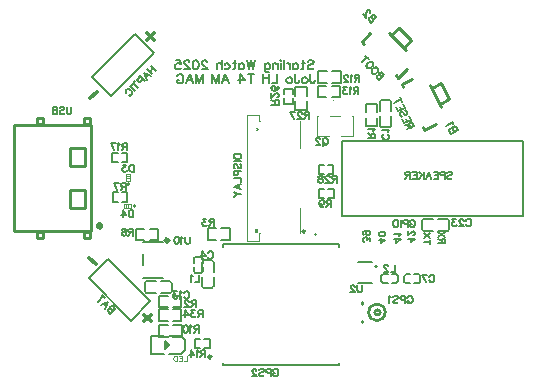
<source format=gbo>
G04 Layer: BottomSilkscreenLayer*
G04 Panelize: , Column: 1, Row: 1, Board Size: 43.14mm x 33.02mm, Panelized Board Size: 43.14mm x 33.02mm*
G04 EasyEDA v6.5.51, 2025-10-17 13:11:11*
G04 f2673ee1f0d542a68775028af259726c,9a4ed40c0dd746429eaf55b84663d2fb,10*
G04 Gerber Generator version 0.2*
G04 Scale: 100 percent, Rotated: No, Reflected: No *
G04 Dimensions in millimeters *
G04 leading zeros omitted , absolute positions ,4 integer and 5 decimal *
%FSLAX45Y45*%
%MOMM*%

%ADD10C,0.1524*%
%ADD11C,0.1270*%
%ADD12C,0.3000*%
%ADD13C,0.1000*%
%ADD14C,0.1520*%
%ADD15C,0.0166*%
%ADD16C,0.0500*%
%ADD17C,0.2540*%
%ADD18C,0.1250*%
%ADD19C,0.0100*%
%ADD20C,0.1500*%
%ADD21C,0.2500*%

%LPD*%
D10*
X1356459Y1615528D02*
G01*
X1313599Y1572668D01*
X1356459Y1615528D02*
G01*
X1338092Y1633898D01*
X1329926Y1637979D01*
X1325844Y1637979D01*
X1319723Y1635940D01*
X1315641Y1631858D01*
X1313599Y1625734D01*
X1313599Y1621652D01*
X1317680Y1613489D01*
X1336050Y1595120D02*
G01*
X1317680Y1613489D01*
X1309517Y1617571D01*
X1305435Y1617571D01*
X1299314Y1615528D01*
X1293190Y1609407D01*
X1291148Y1603283D01*
X1291148Y1599201D01*
X1295229Y1591038D01*
X1313599Y1572668D01*
X1302169Y1669818D02*
G01*
X1304211Y1663697D01*
X1304211Y1655533D01*
X1302169Y1649409D01*
X1298087Y1641246D01*
X1287884Y1631040D01*
X1279720Y1626958D01*
X1273596Y1624919D01*
X1265433Y1624919D01*
X1259309Y1626958D01*
X1251145Y1635122D01*
X1249105Y1641246D01*
X1249105Y1649409D01*
X1251145Y1655533D01*
X1255227Y1663697D01*
X1265433Y1673900D01*
X1273596Y1677982D01*
X1279720Y1680024D01*
X1287884Y1680024D01*
X1294005Y1677982D01*
X1302169Y1669818D01*
X1256045Y1715945D02*
G01*
X1258084Y1709821D01*
X1258084Y1701657D01*
X1256045Y1695536D01*
X1251963Y1687372D01*
X1241757Y1677167D01*
X1233594Y1673085D01*
X1227470Y1671043D01*
X1219306Y1671043D01*
X1213185Y1673085D01*
X1205021Y1681248D01*
X1202979Y1687372D01*
X1202979Y1695536D01*
X1205021Y1701657D01*
X1209103Y1709821D01*
X1219306Y1720027D01*
X1227470Y1724108D01*
X1233594Y1726150D01*
X1241757Y1726150D01*
X1247881Y1724108D01*
X1256045Y1715945D01*
X1207876Y1764111D02*
G01*
X1165016Y1721251D01*
X1222164Y1749826D02*
G01*
X1193591Y1778398D01*
D11*
X705378Y1728810D02*
G01*
X712650Y1736084D01*
X723559Y1739719D01*
X738106Y1739719D01*
X749015Y1736084D01*
X756287Y1728810D01*
X756287Y1721538D01*
X752650Y1714266D01*
X749015Y1710629D01*
X741740Y1706993D01*
X719924Y1699719D01*
X712650Y1696085D01*
X709015Y1692447D01*
X705378Y1685175D01*
X705378Y1674266D01*
X712650Y1666993D01*
X723559Y1663357D01*
X738106Y1663357D01*
X749015Y1666993D01*
X756287Y1674266D01*
X670468Y1739719D02*
G01*
X670468Y1677903D01*
X666833Y1666993D01*
X659559Y1663357D01*
X652287Y1663357D01*
X681377Y1714266D02*
G01*
X655924Y1714266D01*
X584652Y1714266D02*
G01*
X584652Y1663357D01*
X584652Y1703357D02*
G01*
X591924Y1710629D01*
X599196Y1714266D01*
X610105Y1714266D01*
X617377Y1710629D01*
X624652Y1703357D01*
X628287Y1692447D01*
X628287Y1685175D01*
X624652Y1674266D01*
X617377Y1666993D01*
X610105Y1663357D01*
X599196Y1663357D01*
X591924Y1666993D01*
X584652Y1674266D01*
X560651Y1714266D02*
G01*
X560651Y1663357D01*
X560651Y1692447D02*
G01*
X557014Y1703357D01*
X549742Y1710629D01*
X542470Y1714266D01*
X531561Y1714266D01*
X507560Y1739719D02*
G01*
X507560Y1663357D01*
X483560Y1739719D02*
G01*
X479925Y1736084D01*
X476288Y1739719D01*
X479925Y1743356D01*
X483560Y1739719D01*
X479925Y1714266D02*
G01*
X479925Y1663357D01*
X452288Y1714266D02*
G01*
X452288Y1663357D01*
X452288Y1699719D02*
G01*
X441378Y1710629D01*
X434106Y1714266D01*
X423197Y1714266D01*
X415925Y1710629D01*
X412288Y1699719D01*
X412288Y1663357D01*
X344652Y1714266D02*
G01*
X344652Y1656085D01*
X348288Y1645175D01*
X351924Y1641538D01*
X359196Y1637903D01*
X370105Y1637903D01*
X377377Y1641538D01*
X344652Y1703357D02*
G01*
X351924Y1710629D01*
X359196Y1714266D01*
X370105Y1714266D01*
X377377Y1710629D01*
X384652Y1703357D01*
X388288Y1692447D01*
X388288Y1685175D01*
X384652Y1674266D01*
X377377Y1666993D01*
X370105Y1663357D01*
X359196Y1663357D01*
X351924Y1666993D01*
X344652Y1674266D01*
X264652Y1739719D02*
G01*
X246471Y1663357D01*
X228287Y1739719D02*
G01*
X246471Y1663357D01*
X228287Y1739719D02*
G01*
X210106Y1663357D01*
X191924Y1739719D02*
G01*
X210106Y1663357D01*
X124289Y1714266D02*
G01*
X124289Y1663357D01*
X124289Y1703357D02*
G01*
X131561Y1710629D01*
X138833Y1714266D01*
X149743Y1714266D01*
X157015Y1710629D01*
X164288Y1703357D01*
X167924Y1692447D01*
X167924Y1685175D01*
X164288Y1674266D01*
X157015Y1666993D01*
X149743Y1663357D01*
X138833Y1663357D01*
X131561Y1666993D01*
X124289Y1674266D01*
X89380Y1739719D02*
G01*
X89380Y1677903D01*
X85742Y1666993D01*
X78470Y1663357D01*
X71198Y1663357D01*
X100289Y1714266D02*
G01*
X74833Y1714266D01*
X3561Y1703357D02*
G01*
X10835Y1710629D01*
X18107Y1714266D01*
X29016Y1714266D01*
X36288Y1710629D01*
X43561Y1703357D01*
X47198Y1692447D01*
X47198Y1685175D01*
X43561Y1674266D01*
X36288Y1666993D01*
X29016Y1663357D01*
X18107Y1663357D01*
X10835Y1666993D01*
X3561Y1674266D01*
X-20439Y1739719D02*
G01*
X-20439Y1663357D01*
X-20439Y1699719D02*
G01*
X-31346Y1710629D01*
X-38620Y1714266D01*
X-49529Y1714266D01*
X-56802Y1710629D01*
X-60439Y1699719D01*
X-60439Y1663357D01*
X-144073Y1721538D02*
G01*
X-144073Y1725175D01*
X-147711Y1732447D01*
X-151345Y1736084D01*
X-158620Y1739719D01*
X-173164Y1739719D01*
X-180439Y1736084D01*
X-184073Y1732447D01*
X-187711Y1725175D01*
X-187711Y1717903D01*
X-184073Y1710629D01*
X-176801Y1699719D01*
X-140439Y1663357D01*
X-191345Y1663357D01*
X-237164Y1739719D02*
G01*
X-226255Y1736084D01*
X-218983Y1725175D01*
X-215346Y1706993D01*
X-215346Y1696085D01*
X-218983Y1677903D01*
X-226255Y1666993D01*
X-237164Y1663357D01*
X-244436Y1663357D01*
X-255346Y1666993D01*
X-262620Y1677903D01*
X-266255Y1696085D01*
X-266255Y1706993D01*
X-262620Y1725175D01*
X-255346Y1736084D01*
X-244436Y1739719D01*
X-237164Y1739719D01*
X-293893Y1721538D02*
G01*
X-293893Y1725175D01*
X-297527Y1732447D01*
X-301165Y1736084D01*
X-308437Y1739719D01*
X-322983Y1739719D01*
X-330255Y1736084D01*
X-333893Y1732447D01*
X-337527Y1725175D01*
X-337527Y1717903D01*
X-333893Y1710629D01*
X-326618Y1699719D01*
X-290255Y1663357D01*
X-341165Y1663357D01*
X-408800Y1739719D02*
G01*
X-372437Y1739719D01*
X-368800Y1706993D01*
X-372437Y1710629D01*
X-383346Y1714266D01*
X-394256Y1714266D01*
X-405165Y1710629D01*
X-412437Y1703357D01*
X-416074Y1692447D01*
X-416074Y1685175D01*
X-412437Y1674266D01*
X-405165Y1666993D01*
X-394256Y1663357D01*
X-383346Y1663357D01*
X-372437Y1666993D01*
X-368800Y1670629D01*
X-365165Y1677903D01*
X730135Y1622422D02*
G01*
X730135Y1564241D01*
X733770Y1553331D01*
X737407Y1549696D01*
X744679Y1546059D01*
X751951Y1546059D01*
X759226Y1549696D01*
X762861Y1553331D01*
X766498Y1564241D01*
X766498Y1571513D01*
X687953Y1596969D02*
G01*
X695225Y1593331D01*
X702497Y1586059D01*
X706135Y1575150D01*
X706135Y1567878D01*
X702497Y1556969D01*
X695225Y1549696D01*
X687953Y1546059D01*
X677044Y1546059D01*
X669770Y1549696D01*
X662498Y1556969D01*
X658863Y1567878D01*
X658863Y1575150D01*
X662498Y1586059D01*
X669770Y1593331D01*
X677044Y1596969D01*
X687953Y1596969D01*
X598498Y1622422D02*
G01*
X598498Y1564241D01*
X602134Y1553331D01*
X605772Y1549696D01*
X613044Y1546059D01*
X620316Y1546059D01*
X627588Y1549696D01*
X631225Y1553331D01*
X634862Y1564241D01*
X634862Y1571513D01*
X556315Y1596969D02*
G01*
X563590Y1593331D01*
X570862Y1586059D01*
X574498Y1575150D01*
X574498Y1567878D01*
X570862Y1556969D01*
X563590Y1549696D01*
X556315Y1546059D01*
X545409Y1546059D01*
X538134Y1549696D01*
X530862Y1556969D01*
X527225Y1567878D01*
X527225Y1575150D01*
X530862Y1586059D01*
X538134Y1593331D01*
X545409Y1596969D01*
X556315Y1596969D01*
X447225Y1622422D02*
G01*
X447225Y1546059D01*
X447225Y1546059D02*
G01*
X403590Y1546059D01*
X379590Y1622422D02*
G01*
X379590Y1546059D01*
X328681Y1622422D02*
G01*
X328681Y1546059D01*
X379590Y1586059D02*
G01*
X328681Y1586059D01*
X223227Y1622422D02*
G01*
X223227Y1546059D01*
X248681Y1622422D02*
G01*
X197772Y1622422D01*
X137408Y1622422D02*
G01*
X173771Y1571513D01*
X119227Y1571513D01*
X137408Y1622422D02*
G01*
X137408Y1546059D01*
X10137Y1622422D02*
G01*
X39227Y1546059D01*
X10137Y1622422D02*
G01*
X-18953Y1546059D01*
X28318Y1571513D02*
G01*
X-8046Y1571513D01*
X-42953Y1622422D02*
G01*
X-42953Y1546059D01*
X-42953Y1622422D02*
G01*
X-72044Y1546059D01*
X-101135Y1622422D02*
G01*
X-72044Y1546059D01*
X-101135Y1622422D02*
G01*
X-101135Y1546059D01*
X-181135Y1622422D02*
G01*
X-181135Y1546059D01*
X-181135Y1622422D02*
G01*
X-210228Y1546059D01*
X-239318Y1622422D02*
G01*
X-210228Y1546059D01*
X-239318Y1622422D02*
G01*
X-239318Y1546059D01*
X-292409Y1622422D02*
G01*
X-263316Y1546059D01*
X-292409Y1622422D02*
G01*
X-321500Y1546059D01*
X-274226Y1571513D02*
G01*
X-310591Y1571513D01*
X-400044Y1604241D02*
G01*
X-396407Y1611513D01*
X-389135Y1618787D01*
X-381863Y1622422D01*
X-367317Y1622422D01*
X-360045Y1618787D01*
X-352772Y1611513D01*
X-349135Y1604241D01*
X-345498Y1593331D01*
X-345498Y1575150D01*
X-349135Y1564241D01*
X-352772Y1556969D01*
X-360045Y1549696D01*
X-367317Y1546059D01*
X-381863Y1546059D01*
X-389135Y1549696D01*
X-396407Y1556969D01*
X-400044Y1564241D01*
X-400044Y1575150D01*
X-381863Y1575150D02*
G01*
X-400044Y1575150D01*
D10*
X1603819Y1182232D02*
G01*
X1549341Y1155661D01*
X1603819Y1182232D02*
G01*
X1592432Y1205580D01*
X1586042Y1212098D01*
X1582181Y1213426D01*
X1575729Y1213490D01*
X1570540Y1210960D01*
X1566616Y1205834D01*
X1565287Y1201976D01*
X1566489Y1192928D01*
X1577878Y1169578D01*
X1569018Y1187739D02*
G01*
X1531627Y1191981D01*
X1577754Y1235674D02*
G01*
X1523276Y1209103D01*
X1577754Y1235674D02*
G01*
X1561304Y1269398D01*
X1551813Y1223020D02*
G01*
X1541688Y1243774D01*
X1523276Y1209103D02*
G01*
X1506827Y1242827D01*
X1527456Y1319044D02*
G01*
X1535175Y1316385D01*
X1541566Y1309870D01*
X1546628Y1299491D01*
X1547830Y1290444D01*
X1545170Y1282725D01*
X1539984Y1280195D01*
X1533530Y1280259D01*
X1529669Y1281587D01*
X1524546Y1285509D01*
X1511764Y1298544D01*
X1506639Y1302468D01*
X1502780Y1303797D01*
X1496326Y1303860D01*
X1488544Y1300065D01*
X1485887Y1292346D01*
X1487088Y1283296D01*
X1492148Y1272921D01*
X1498539Y1266403D01*
X1506258Y1263746D01*
X1526890Y1339961D02*
G01*
X1472410Y1313390D01*
X1526890Y1339961D02*
G01*
X1510441Y1373687D01*
X1500946Y1327310D02*
G01*
X1490825Y1348064D01*
X1472410Y1313390D02*
G01*
X1455961Y1347116D01*
X1493232Y1408968D02*
G01*
X1438752Y1382397D01*
X1502089Y1390810D02*
G01*
X1484375Y1427129D01*
D11*
X1870443Y190799D02*
G01*
X1813168Y190799D01*
X1870443Y190799D02*
G01*
X1870443Y215346D01*
X1867715Y223527D01*
X1864987Y226253D01*
X1859534Y228980D01*
X1854078Y228980D01*
X1848624Y226253D01*
X1845896Y223527D01*
X1843168Y215346D01*
X1843168Y190799D01*
X1843168Y209890D02*
G01*
X1813168Y228980D01*
X1870443Y246981D02*
G01*
X1813168Y285163D01*
X1870443Y285163D02*
G01*
X1813168Y246981D01*
X1745343Y201190D02*
G01*
X1688068Y201190D01*
X1745343Y182100D02*
G01*
X1745343Y220281D01*
X1745343Y238282D02*
G01*
X1688068Y276463D01*
X1745343Y276463D02*
G01*
X1688068Y238282D01*
X1616341Y225272D02*
G01*
X1578160Y198000D01*
X1578160Y238909D01*
X1616341Y225272D02*
G01*
X1559067Y225272D01*
X1602704Y259636D02*
G01*
X1605432Y259636D01*
X1610885Y262364D01*
X1613613Y265092D01*
X1616341Y270545D01*
X1616341Y281454D01*
X1613613Y286910D01*
X1610885Y289636D01*
X1605432Y292364D01*
X1599976Y292364D01*
X1594523Y289636D01*
X1586341Y284182D01*
X1559067Y256910D01*
X1559067Y295092D01*
X1493039Y223474D02*
G01*
X1454858Y196202D01*
X1454858Y237111D01*
X1493039Y223474D02*
G01*
X1435765Y223474D01*
X1482130Y255112D02*
G01*
X1484858Y260565D01*
X1493039Y268747D01*
X1435765Y268747D01*
X1364340Y219870D02*
G01*
X1326159Y192598D01*
X1326159Y233507D01*
X1364340Y219870D02*
G01*
X1307066Y219870D01*
X1364340Y267870D02*
G01*
X1361612Y259689D01*
X1353431Y254233D01*
X1339794Y251508D01*
X1331612Y251508D01*
X1317975Y254233D01*
X1309794Y259689D01*
X1307066Y267870D01*
X1307066Y273324D01*
X1309794Y281508D01*
X1317975Y286961D01*
X1331612Y289689D01*
X1339794Y289689D01*
X1353431Y286961D01*
X1361612Y281508D01*
X1364340Y273324D01*
X1364340Y267870D01*
X1233540Y208854D02*
G01*
X1233540Y238853D01*
X1211722Y222491D01*
X1211722Y230672D01*
X1208994Y236128D01*
X1206266Y238853D01*
X1198084Y241581D01*
X1192631Y241581D01*
X1184450Y238853D01*
X1178994Y233400D01*
X1176266Y225219D01*
X1176266Y217037D01*
X1178994Y208854D01*
X1181722Y206128D01*
X1187175Y203400D01*
X1214450Y295036D02*
G01*
X1206266Y292310D01*
X1200812Y286854D01*
X1198084Y278673D01*
X1198084Y275945D01*
X1200812Y267764D01*
X1206266Y262310D01*
X1214450Y259582D01*
X1217175Y259582D01*
X1225359Y262310D01*
X1230812Y267764D01*
X1233540Y275945D01*
X1233540Y278673D01*
X1230812Y286854D01*
X1225359Y292310D01*
X1214450Y295036D01*
X1200812Y295036D01*
X1187175Y292310D01*
X1178994Y286854D01*
X1176266Y278673D01*
X1176266Y273217D01*
X1178994Y265036D01*
X1184450Y262310D01*
D12*
X-676272Y-470448D02*
G01*
X-618418Y-412595D01*
X-676272Y-412595D02*
G01*
X-618418Y-470448D01*
X-1146101Y69522D02*
G01*
X-1088247Y11668D01*
X-597265Y1909099D02*
G01*
X-655119Y1966960D01*
X-655119Y1909099D02*
G01*
X-597265Y1966960D01*
X-1134808Y1416507D02*
G01*
X-1076954Y1474358D01*
D10*
X1573103Y373644D02*
G01*
X1575988Y379417D01*
X1581762Y385190D01*
X1587533Y388076D01*
X1599079Y388076D01*
X1604853Y385190D01*
X1610624Y379417D01*
X1613512Y373644D01*
X1616397Y364985D01*
X1616397Y350555D01*
X1613512Y341894D01*
X1610624Y336123D01*
X1604853Y330349D01*
X1599079Y327464D01*
X1587533Y327464D01*
X1581762Y330349D01*
X1575988Y336123D01*
X1573103Y341894D01*
X1573103Y350555D01*
X1587533Y350555D02*
G01*
X1573103Y350555D01*
X1554053Y388076D02*
G01*
X1554053Y327464D01*
X1554053Y388076D02*
G01*
X1528074Y388076D01*
X1519415Y385190D01*
X1516529Y382303D01*
X1513644Y376532D01*
X1513644Y367873D01*
X1516529Y362099D01*
X1519415Y359214D01*
X1528074Y356326D01*
X1554053Y356326D01*
X1494594Y388076D02*
G01*
X1494594Y327464D01*
X1458224Y388076D02*
G01*
X1463997Y385190D01*
X1469770Y379417D01*
X1472656Y373644D01*
X1475544Y364985D01*
X1475544Y350555D01*
X1472656Y341894D01*
X1469770Y336123D01*
X1463997Y330349D01*
X1458224Y327464D01*
X1446679Y327464D01*
X1440906Y330349D01*
X1435135Y336123D01*
X1432247Y341894D01*
X1429362Y350555D01*
X1429362Y364985D01*
X1432247Y373644D01*
X1435135Y379417D01*
X1440906Y385190D01*
X1446679Y388076D01*
X1458224Y388076D01*
X-921890Y-362089D02*
G01*
X-964750Y-404949D01*
X-921890Y-362089D02*
G01*
X-940257Y-343720D01*
X-948423Y-339638D01*
X-952505Y-339638D01*
X-958626Y-341678D01*
X-962708Y-345760D01*
X-964750Y-351883D01*
X-964750Y-355965D01*
X-960668Y-364129D01*
X-942299Y-382498D02*
G01*
X-960668Y-364129D01*
X-968832Y-360047D01*
X-972913Y-360047D01*
X-979035Y-362089D01*
X-985159Y-368211D01*
X-987201Y-374335D01*
X-987201Y-378416D01*
X-983119Y-386580D01*
X-964750Y-404949D01*
X-980262Y-303717D02*
G01*
X-1006792Y-362905D01*
X-980262Y-303717D02*
G01*
X-1039449Y-330250D01*
X-998628Y-342496D02*
G01*
X-1019040Y-322084D01*
X-1024346Y-259631D02*
G01*
X-1067206Y-302493D01*
X-1010058Y-273918D02*
G01*
X-1038633Y-245346D01*
X-624011Y1691416D02*
G01*
X-581152Y1648556D01*
X-652586Y1662844D02*
G01*
X-609727Y1619984D01*
X-603603Y1671007D02*
G01*
X-632175Y1642435D01*
X-682383Y1633044D02*
G01*
X-623196Y1606514D01*
X-682383Y1633044D02*
G01*
X-655850Y1573857D01*
X-643605Y1614678D02*
G01*
X-664016Y1594266D01*
X-712182Y1603247D02*
G01*
X-669323Y1560388D01*
X-712182Y1603247D02*
G01*
X-730552Y1584878D01*
X-734634Y1576715D01*
X-734634Y1572633D01*
X-732591Y1566509D01*
X-726467Y1560388D01*
X-720346Y1558345D01*
X-716264Y1558345D01*
X-708101Y1562427D01*
X-689731Y1580796D01*
X-768512Y1546915D02*
G01*
X-725652Y1504055D01*
X-754225Y1561203D02*
G01*
X-782800Y1532630D01*
X-796269Y1519161D02*
G01*
X-753409Y1476298D01*
X-830150Y1464871D02*
G01*
X-832190Y1470992D01*
X-832190Y1479156D01*
X-830150Y1485280D01*
X-821987Y1493443D01*
X-815863Y1495485D01*
X-807699Y1495485D01*
X-801575Y1493443D01*
X-793412Y1489362D01*
X-783209Y1479156D01*
X-779127Y1470992D01*
X-777085Y1464871D01*
X-777085Y1456707D01*
X-779127Y1450583D01*
X-787290Y1442420D01*
X-793412Y1440378D01*
X-801575Y1440378D01*
X-807699Y1442420D01*
D11*
X-1292997Y1346873D02*
G01*
X-1292997Y1303578D01*
X-1295882Y1294919D01*
X-1301656Y1289146D01*
X-1310314Y1286261D01*
X-1316088Y1286261D01*
X-1324747Y1289146D01*
X-1330520Y1294919D01*
X-1333406Y1303578D01*
X-1333406Y1346873D01*
X-1392864Y1338214D02*
G01*
X-1387091Y1343987D01*
X-1378432Y1346873D01*
X-1366888Y1346873D01*
X-1358229Y1343987D01*
X-1352456Y1338214D01*
X-1352456Y1332440D01*
X-1355341Y1326669D01*
X-1358229Y1323781D01*
X-1364002Y1320896D01*
X-1381320Y1315123D01*
X-1387091Y1312237D01*
X-1389979Y1309352D01*
X-1392864Y1303578D01*
X-1392864Y1294919D01*
X-1387091Y1289146D01*
X-1378432Y1286261D01*
X-1366888Y1286261D01*
X-1358229Y1289146D01*
X-1352456Y1294919D01*
X-1411914Y1346873D02*
G01*
X-1411914Y1286261D01*
X-1411914Y1346873D02*
G01*
X-1437891Y1346873D01*
X-1446552Y1343987D01*
X-1449438Y1341102D01*
X-1452323Y1335328D01*
X-1452323Y1329555D01*
X-1449438Y1323781D01*
X-1446552Y1320896D01*
X-1437891Y1318011D01*
X-1411914Y1318011D02*
G01*
X-1437891Y1318011D01*
X-1446552Y1315123D01*
X-1449438Y1312237D01*
X-1452323Y1306464D01*
X-1452323Y1297805D01*
X-1449438Y1292031D01*
X-1446552Y1289146D01*
X-1437891Y1286261D01*
X-1411914Y1286261D01*
D10*
X1889185Y788022D02*
G01*
X1894959Y793795D01*
X1903618Y796681D01*
X1915162Y796681D01*
X1923821Y793795D01*
X1929594Y788022D01*
X1929594Y782248D01*
X1926709Y776478D01*
X1923821Y773590D01*
X1918050Y770704D01*
X1900730Y764931D01*
X1894959Y762045D01*
X1892071Y759160D01*
X1889185Y753386D01*
X1889185Y744728D01*
X1894959Y738954D01*
X1903618Y736069D01*
X1915162Y736069D01*
X1923821Y738954D01*
X1929594Y744728D01*
X1870135Y796681D02*
G01*
X1870135Y736069D01*
X1870135Y796681D02*
G01*
X1844159Y796681D01*
X1835500Y793795D01*
X1832612Y790907D01*
X1829727Y785136D01*
X1829727Y776478D01*
X1832612Y770704D01*
X1835500Y767819D01*
X1844159Y764931D01*
X1870135Y764931D01*
X1810677Y796681D02*
G01*
X1810677Y736069D01*
X1810677Y796681D02*
G01*
X1773153Y796681D01*
X1810677Y767819D02*
G01*
X1787585Y767819D01*
X1810677Y736069D02*
G01*
X1773153Y736069D01*
X1731012Y796681D02*
G01*
X1754103Y736069D01*
X1731012Y796681D02*
G01*
X1707921Y736069D01*
X1745444Y756272D02*
G01*
X1716582Y756272D01*
X1688871Y796681D02*
G01*
X1688871Y736069D01*
X1648462Y796681D02*
G01*
X1688871Y756272D01*
X1674441Y770704D02*
G01*
X1648462Y736069D01*
X1629412Y796681D02*
G01*
X1629412Y736069D01*
X1629412Y796681D02*
G01*
X1591891Y796681D01*
X1629412Y767819D02*
G01*
X1606323Y767819D01*
X1629412Y736069D02*
G01*
X1591891Y736069D01*
X1572841Y796681D02*
G01*
X1572841Y736069D01*
X1572841Y796681D02*
G01*
X1546862Y796681D01*
X1538203Y793795D01*
X1535318Y790907D01*
X1532432Y785136D01*
X1532432Y779363D01*
X1535318Y773590D01*
X1538203Y770704D01*
X1546862Y767819D01*
X1572841Y767819D01*
X1552635Y767819D02*
G01*
X1532432Y736069D01*
D11*
X-237289Y-292011D02*
G01*
X-237289Y-352623D01*
X-237289Y-292011D02*
G01*
X-263265Y-292011D01*
X-271924Y-294896D01*
X-274812Y-297781D01*
X-277698Y-303555D01*
X-277698Y-309328D01*
X-274812Y-315102D01*
X-271924Y-317987D01*
X-263265Y-320873D01*
X-237289Y-320873D01*
X-257495Y-320873D02*
G01*
X-277698Y-352623D01*
X-299633Y-306443D02*
G01*
X-299633Y-303555D01*
X-302521Y-297781D01*
X-305407Y-294896D01*
X-311180Y-292011D01*
X-322724Y-292011D01*
X-328498Y-294896D01*
X-331383Y-297781D01*
X-334271Y-303555D01*
X-334271Y-309328D01*
X-331383Y-315102D01*
X-325612Y-323761D01*
X-296748Y-352623D01*
X-337157Y-352623D01*
X-182999Y-376001D02*
G01*
X-182999Y-436613D01*
X-182999Y-376001D02*
G01*
X-208975Y-376001D01*
X-217634Y-378886D01*
X-220522Y-381772D01*
X-223408Y-387545D01*
X-223408Y-393319D01*
X-220522Y-399092D01*
X-217634Y-401977D01*
X-208975Y-404863D01*
X-182999Y-404863D01*
X-203205Y-404863D02*
G01*
X-223408Y-436613D01*
X-248231Y-376001D02*
G01*
X-279981Y-376001D01*
X-262663Y-399092D01*
X-271322Y-399092D01*
X-277093Y-401977D01*
X-279981Y-404863D01*
X-282867Y-413522D01*
X-282867Y-419295D01*
X-279981Y-427954D01*
X-274208Y-433727D01*
X-265549Y-436613D01*
X-256890Y-436613D01*
X-248231Y-433727D01*
X-245343Y-430842D01*
X-242458Y-425069D01*
X-330781Y-376001D02*
G01*
X-301917Y-416410D01*
X-345213Y-416410D01*
X-330781Y-376001D02*
G01*
X-330781Y-436613D01*
X861235Y1084254D02*
G01*
X866960Y1081389D01*
X872688Y1075662D01*
X875553Y1069936D01*
X878415Y1061344D01*
X878415Y1047026D01*
X875553Y1038435D01*
X872688Y1032708D01*
X866960Y1026980D01*
X861235Y1024117D01*
X849779Y1024117D01*
X844052Y1026980D01*
X838324Y1032708D01*
X835461Y1038435D01*
X832596Y1047026D01*
X832596Y1061344D01*
X835461Y1069936D01*
X838324Y1075662D01*
X844052Y1081389D01*
X849779Y1084254D01*
X861235Y1084254D01*
X852642Y1035573D02*
G01*
X835461Y1018390D01*
X810834Y1069936D02*
G01*
X810834Y1072799D01*
X807971Y1078527D01*
X805106Y1081389D01*
X799378Y1084254D01*
X787925Y1084254D01*
X782198Y1081389D01*
X779332Y1078527D01*
X776470Y1072799D01*
X776470Y1067071D01*
X779332Y1061344D01*
X785060Y1052753D01*
X813696Y1024117D01*
X773607Y1024117D01*
X903759Y556011D02*
G01*
X903759Y495399D01*
X903759Y556011D02*
G01*
X877783Y556011D01*
X869124Y553125D01*
X866236Y550240D01*
X863351Y544466D01*
X863351Y538693D01*
X866236Y532919D01*
X869124Y530034D01*
X877783Y527149D01*
X903759Y527149D01*
X883554Y527149D02*
G01*
X863351Y495399D01*
X806777Y535807D02*
G01*
X809665Y527149D01*
X815436Y521375D01*
X824095Y518490D01*
X826983Y518490D01*
X835642Y521375D01*
X841415Y527149D01*
X844301Y535807D01*
X844301Y538693D01*
X841415Y547352D01*
X835642Y553125D01*
X826983Y556011D01*
X824095Y556011D01*
X815436Y553125D01*
X809665Y547352D01*
X806777Y535807D01*
X806777Y521375D01*
X809665Y506943D01*
X815436Y498284D01*
X824095Y495399D01*
X829868Y495399D01*
X838527Y498284D01*
X841415Y504057D01*
X460110Y1365214D02*
G01*
X399498Y1365214D01*
X460110Y1365214D02*
G01*
X460110Y1391191D01*
X457225Y1399849D01*
X454339Y1402737D01*
X448566Y1405623D01*
X442793Y1405623D01*
X437019Y1402737D01*
X434134Y1399849D01*
X431248Y1391191D01*
X431248Y1365214D01*
X431248Y1385420D02*
G01*
X399498Y1405623D01*
X445678Y1427558D02*
G01*
X448566Y1427558D01*
X454339Y1430446D01*
X457225Y1433332D01*
X460110Y1439105D01*
X460110Y1450649D01*
X457225Y1456423D01*
X454339Y1459308D01*
X448566Y1462196D01*
X442793Y1462196D01*
X437019Y1459308D01*
X428360Y1453537D01*
X399498Y1424673D01*
X399498Y1465082D01*
X451451Y1518770D02*
G01*
X457225Y1515882D01*
X460110Y1507223D01*
X460110Y1501449D01*
X457225Y1492791D01*
X448566Y1487020D01*
X434134Y1484132D01*
X419701Y1484132D01*
X408157Y1487020D01*
X402384Y1492791D01*
X399498Y1501449D01*
X399498Y1504337D01*
X402384Y1512996D01*
X408157Y1518770D01*
X416816Y1521655D01*
X419701Y1521655D01*
X428360Y1518770D01*
X434134Y1512996D01*
X437019Y1504337D01*
X437019Y1501449D01*
X434134Y1492791D01*
X428360Y1487020D01*
X419701Y1484132D01*
X954298Y763676D02*
G01*
X954298Y703064D01*
X954298Y763676D02*
G01*
X928321Y763676D01*
X919662Y760790D01*
X916774Y757905D01*
X913889Y752132D01*
X913889Y746358D01*
X916774Y740585D01*
X919662Y737699D01*
X928321Y734814D01*
X954298Y734814D01*
X934092Y734814D02*
G01*
X913889Y703064D01*
X891954Y749244D02*
G01*
X891954Y752132D01*
X889066Y757905D01*
X886180Y760790D01*
X880407Y763676D01*
X868862Y763676D01*
X863089Y760790D01*
X860204Y757905D01*
X857316Y752132D01*
X857316Y746358D01*
X860204Y740585D01*
X865974Y731926D01*
X894839Y703064D01*
X854430Y703064D01*
X820948Y763676D02*
G01*
X829607Y760790D01*
X832492Y755017D01*
X832492Y749244D01*
X829607Y743473D01*
X823833Y740585D01*
X812289Y737699D01*
X803630Y734814D01*
X797857Y729040D01*
X794971Y723267D01*
X794971Y714608D01*
X797857Y708835D01*
X800742Y705949D01*
X809404Y703064D01*
X820948Y703064D01*
X829607Y705949D01*
X832492Y708835D01*
X835380Y714608D01*
X835380Y723267D01*
X832492Y729040D01*
X826721Y734814D01*
X818062Y737699D01*
X806516Y740585D01*
X800742Y743473D01*
X797857Y749244D01*
X797857Y755017D01*
X800742Y760790D01*
X809404Y763676D01*
X820948Y763676D01*
X-764791Y856300D02*
G01*
X-764791Y796163D01*
X-764791Y856300D02*
G01*
X-784837Y856300D01*
X-793427Y853434D01*
X-799155Y847707D01*
X-802017Y841982D01*
X-804882Y833389D01*
X-804882Y819071D01*
X-802017Y810480D01*
X-799155Y804753D01*
X-793427Y799026D01*
X-784837Y796163D01*
X-764791Y796163D01*
X-829510Y856300D02*
G01*
X-861009Y856300D01*
X-843828Y833389D01*
X-852418Y833389D01*
X-858146Y830526D01*
X-861009Y827661D01*
X-863874Y819071D01*
X-863874Y813343D01*
X-861009Y804753D01*
X-855281Y799026D01*
X-846691Y796163D01*
X-838100Y796163D01*
X-829510Y799026D01*
X-826645Y801890D01*
X-823782Y807618D01*
X-769312Y473445D02*
G01*
X-769312Y413308D01*
X-769312Y473445D02*
G01*
X-789358Y473445D01*
X-797948Y470580D01*
X-803676Y464853D01*
X-806538Y459127D01*
X-809404Y450535D01*
X-809404Y436217D01*
X-806538Y427626D01*
X-803676Y421899D01*
X-797948Y416172D01*
X-789358Y413308D01*
X-769312Y413308D01*
X-856940Y473445D02*
G01*
X-828304Y433354D01*
X-871258Y433354D01*
X-856940Y473445D02*
G01*
X-856940Y413308D01*
D13*
X-311096Y-760448D02*
G01*
X-311096Y-808174D01*
X-311096Y-808174D02*
G01*
X-338368Y-808174D01*
X-353369Y-760448D02*
G01*
X-353369Y-808174D01*
X-353369Y-760448D02*
G01*
X-382915Y-760448D01*
X-353369Y-783175D02*
G01*
X-371551Y-783175D01*
X-353369Y-808174D02*
G01*
X-382915Y-808174D01*
X-397913Y-760448D02*
G01*
X-397913Y-808174D01*
X-397913Y-760448D02*
G01*
X-413824Y-760448D01*
X-420641Y-762721D01*
X-425188Y-767265D01*
X-427459Y-771812D01*
X-429732Y-778629D01*
X-429732Y-789993D01*
X-427459Y-796810D01*
X-425188Y-801357D01*
X-420641Y-805902D01*
X-413824Y-808174D01*
X-397913Y-808174D01*
D11*
X-289298Y246974D02*
G01*
X-289298Y203540D01*
X-292092Y194904D01*
X-297934Y189316D01*
X-306570Y186268D01*
X-312412Y186268D01*
X-321048Y189316D01*
X-326636Y194904D01*
X-329684Y203540D01*
X-329684Y246974D01*
X-348734Y235290D02*
G01*
X-354576Y238338D01*
X-363212Y246974D01*
X-363212Y186268D01*
X-399534Y246974D02*
G01*
X-390898Y244180D01*
X-385056Y235290D01*
X-382262Y221066D01*
X-382262Y212430D01*
X-385056Y197952D01*
X-390898Y189316D01*
X-399534Y186268D01*
X-405376Y186268D01*
X-414012Y189316D01*
X-419600Y197952D01*
X-422648Y212430D01*
X-422648Y221066D01*
X-419600Y235290D01*
X-414012Y244180D01*
X-405376Y246974D01*
X-399534Y246974D01*
X-834735Y700145D02*
G01*
X-834735Y639533D01*
X-834735Y700145D02*
G01*
X-860712Y700145D01*
X-869370Y697260D01*
X-872258Y694375D01*
X-875144Y688601D01*
X-875144Y682828D01*
X-872258Y677054D01*
X-869370Y674169D01*
X-860712Y671283D01*
X-834735Y671283D01*
X-854941Y671283D02*
G01*
X-875144Y639533D01*
X-934603Y700145D02*
G01*
X-905741Y639533D01*
X-894194Y700145D02*
G01*
X-934603Y700145D01*
X-825649Y1037269D02*
G01*
X-825649Y976657D01*
X-825649Y1037269D02*
G01*
X-851626Y1037269D01*
X-860285Y1034384D01*
X-863173Y1031499D01*
X-866058Y1025725D01*
X-866058Y1019952D01*
X-863173Y1014178D01*
X-860285Y1011293D01*
X-851626Y1008407D01*
X-825649Y1008407D01*
X-845855Y1008407D02*
G01*
X-866058Y976657D01*
X-885108Y1025725D02*
G01*
X-890882Y1028611D01*
X-899540Y1037269D01*
X-899540Y976657D01*
X-958999Y1037269D02*
G01*
X-930135Y976657D01*
X-918590Y1037269D02*
G01*
X-958999Y1037269D01*
D14*
X82052Y944059D02*
G01*
X142664Y944059D01*
X82052Y944059D02*
G01*
X82052Y923853D01*
X84937Y915195D01*
X90711Y909424D01*
X96484Y906536D01*
X105143Y903650D01*
X119573Y903650D01*
X128234Y906536D01*
X134005Y909424D01*
X139778Y915195D01*
X142664Y923853D01*
X142664Y944059D01*
X82052Y884600D02*
G01*
X142664Y884600D01*
X90711Y825141D02*
G01*
X84937Y830915D01*
X82052Y839574D01*
X82052Y851118D01*
X84937Y859777D01*
X90711Y865550D01*
X96484Y865550D01*
X102255Y862665D01*
X105143Y859777D01*
X108028Y854006D01*
X113802Y836686D01*
X116687Y830915D01*
X119573Y828027D01*
X125346Y825141D01*
X134005Y825141D01*
X139778Y830915D01*
X142664Y839574D01*
X142664Y851118D01*
X139778Y859777D01*
X134005Y865550D01*
X82052Y806091D02*
G01*
X142664Y806091D01*
X82052Y806091D02*
G01*
X82052Y780115D01*
X84937Y771456D01*
X87825Y768568D01*
X93596Y765682D01*
X102255Y765682D01*
X108028Y768568D01*
X110914Y771456D01*
X113802Y780115D01*
X113802Y806091D01*
X82052Y746632D02*
G01*
X142664Y746632D01*
X142664Y746632D02*
G01*
X142664Y711997D01*
X82052Y669856D02*
G01*
X142664Y692947D01*
X82052Y669856D02*
G01*
X142664Y646765D01*
X122461Y684286D02*
G01*
X122461Y655424D01*
X82052Y627715D02*
G01*
X110914Y604624D01*
X142664Y604624D01*
X82052Y581532D02*
G01*
X110914Y604624D01*
D13*
X277101Y283809D02*
G01*
X258051Y296509D01*
X277101Y296509D02*
G01*
X258051Y283809D01*
X277101Y302605D02*
G01*
X258051Y315305D01*
X277101Y315305D02*
G01*
X258051Y302605D01*
D16*
X287007Y1161115D02*
G01*
X267957Y1153749D01*
X287007Y1161115D02*
G01*
X267957Y1168481D01*
X274307Y1156543D02*
G01*
X274307Y1165687D01*
D11*
X414162Y-887369D02*
G01*
X417047Y-881595D01*
X422821Y-875822D01*
X428591Y-872937D01*
X440138Y-872937D01*
X445912Y-875822D01*
X451683Y-881595D01*
X454571Y-887369D01*
X457456Y-896028D01*
X457456Y-910457D01*
X454571Y-919119D01*
X451683Y-924890D01*
X445912Y-930663D01*
X440138Y-933549D01*
X428591Y-933549D01*
X422821Y-930663D01*
X417047Y-924890D01*
X414162Y-919119D01*
X414162Y-910457D01*
X428591Y-910457D02*
G01*
X414162Y-910457D01*
X395112Y-872937D02*
G01*
X395112Y-933549D01*
X395112Y-872937D02*
G01*
X369133Y-872937D01*
X360474Y-875822D01*
X357588Y-878707D01*
X354700Y-884481D01*
X354700Y-893140D01*
X357588Y-898913D01*
X360474Y-901799D01*
X369133Y-904687D01*
X395112Y-904687D01*
X295241Y-881595D02*
G01*
X301015Y-875822D01*
X309674Y-872937D01*
X321221Y-872937D01*
X329879Y-875822D01*
X335650Y-881595D01*
X335650Y-887369D01*
X332765Y-893140D01*
X329879Y-896028D01*
X324106Y-898913D01*
X306788Y-904687D01*
X301015Y-907572D01*
X298129Y-910457D01*
X295241Y-916231D01*
X295241Y-924890D01*
X301015Y-930663D01*
X309674Y-933549D01*
X321221Y-933549D01*
X329879Y-930663D01*
X335650Y-924890D01*
X273306Y-887369D02*
G01*
X273306Y-884481D01*
X270421Y-878707D01*
X267533Y-875822D01*
X261762Y-872937D01*
X250215Y-872937D01*
X244441Y-875822D01*
X241556Y-878707D01*
X238671Y-884481D01*
X238671Y-890254D01*
X241556Y-896028D01*
X247329Y-904687D01*
X276191Y-933549D01*
X235783Y-933549D01*
X1551193Y-270758D02*
G01*
X1554078Y-264985D01*
X1559852Y-259212D01*
X1565622Y-256326D01*
X1577169Y-256326D01*
X1582943Y-259212D01*
X1588714Y-264985D01*
X1591602Y-270758D01*
X1594487Y-279417D01*
X1594487Y-293847D01*
X1591602Y-302508D01*
X1588714Y-308279D01*
X1582943Y-314053D01*
X1577169Y-316938D01*
X1565622Y-316938D01*
X1559852Y-314053D01*
X1554078Y-308279D01*
X1551193Y-302508D01*
X1551193Y-293847D01*
X1565622Y-293847D02*
G01*
X1551193Y-293847D01*
X1532143Y-256326D02*
G01*
X1532143Y-316938D01*
X1532143Y-256326D02*
G01*
X1506164Y-256326D01*
X1497505Y-259212D01*
X1494619Y-262097D01*
X1491731Y-267870D01*
X1491731Y-276529D01*
X1494619Y-282303D01*
X1497505Y-285188D01*
X1506164Y-288076D01*
X1532143Y-288076D01*
X1432272Y-264985D02*
G01*
X1438046Y-259212D01*
X1446705Y-256326D01*
X1458252Y-256326D01*
X1466910Y-259212D01*
X1472681Y-264985D01*
X1472681Y-270758D01*
X1469796Y-276529D01*
X1466910Y-279417D01*
X1461137Y-282303D01*
X1443819Y-288076D01*
X1438046Y-290962D01*
X1435160Y-293847D01*
X1432272Y-299620D01*
X1432272Y-308279D01*
X1438046Y-314053D01*
X1446705Y-316938D01*
X1458252Y-316938D01*
X1466910Y-314053D01*
X1472681Y-308279D01*
X1413222Y-267870D02*
G01*
X1407452Y-264985D01*
X1398793Y-256326D01*
X1398793Y-316938D01*
X1166855Y-165788D02*
G01*
X1166855Y-208744D01*
X1163993Y-217335D01*
X1158265Y-223062D01*
X1149675Y-225925D01*
X1143947Y-225925D01*
X1135354Y-223062D01*
X1129629Y-217335D01*
X1126764Y-208744D01*
X1126764Y-165788D01*
X1105001Y-180106D02*
G01*
X1105001Y-177243D01*
X1102136Y-171516D01*
X1099273Y-168653D01*
X1093546Y-165788D01*
X1082093Y-165788D01*
X1076365Y-168653D01*
X1073500Y-171516D01*
X1070637Y-177243D01*
X1070637Y-182971D01*
X1073500Y-188699D01*
X1079228Y-197289D01*
X1107864Y-225925D01*
X1067772Y-225925D01*
X1443667Y9773D02*
G01*
X1443667Y-50363D01*
X1443667Y-50363D02*
G01*
X1409303Y-50363D01*
X1387541Y-4544D02*
G01*
X1387541Y-1681D01*
X1384675Y4046D01*
X1381813Y6908D01*
X1376085Y9773D01*
X1364630Y9773D01*
X1358905Y6908D01*
X1356039Y4046D01*
X1353177Y-1681D01*
X1353177Y-7409D01*
X1356039Y-13136D01*
X1361767Y-21727D01*
X1390403Y-50363D01*
X1350312Y-50363D01*
X1143767Y1616905D02*
G01*
X1143767Y1556293D01*
X1143767Y1616905D02*
G01*
X1117790Y1616905D01*
X1109131Y1614020D01*
X1106243Y1611132D01*
X1103358Y1605361D01*
X1103358Y1599587D01*
X1106243Y1593814D01*
X1109131Y1590929D01*
X1117790Y1588043D01*
X1143767Y1588043D01*
X1123561Y1588043D02*
G01*
X1103358Y1556293D01*
X1084308Y1605361D02*
G01*
X1078534Y1608246D01*
X1069875Y1616905D01*
X1069875Y1556293D01*
X1047940Y1602473D02*
G01*
X1047940Y1605361D01*
X1045052Y1611132D01*
X1042167Y1614020D01*
X1036393Y1616905D01*
X1024849Y1616905D01*
X1019075Y1614020D01*
X1016190Y1611132D01*
X1013302Y1605361D01*
X1013302Y1599587D01*
X1016190Y1593814D01*
X1021963Y1585155D01*
X1050825Y1556293D01*
X1010417Y1556293D01*
X2047999Y382371D02*
G01*
X2050884Y388145D01*
X2056658Y393918D01*
X2062429Y396803D01*
X2073976Y396803D01*
X2079749Y393918D01*
X2085520Y388145D01*
X2088408Y382371D01*
X2091293Y373712D01*
X2091293Y359282D01*
X2088408Y350621D01*
X2085520Y344850D01*
X2079749Y339077D01*
X2073976Y336191D01*
X2062429Y336191D01*
X2056658Y339077D01*
X2050884Y344850D01*
X2047999Y350621D01*
X2026061Y382371D02*
G01*
X2026061Y385259D01*
X2023176Y391032D01*
X2020288Y393918D01*
X2014517Y396803D01*
X2002970Y396803D01*
X1997199Y393918D01*
X1994311Y391032D01*
X1991426Y385259D01*
X1991426Y379486D01*
X1994311Y373712D01*
X2000084Y365053D01*
X2028949Y336191D01*
X1988538Y336191D01*
X1963717Y396803D02*
G01*
X1931967Y396803D01*
X1949284Y373712D01*
X1940626Y373712D01*
X1934852Y370827D01*
X1931967Y367941D01*
X1929079Y359282D01*
X1929079Y353509D01*
X1931967Y344850D01*
X1937738Y339077D01*
X1946399Y336191D01*
X1955058Y336191D01*
X1963717Y339077D01*
X1966602Y341962D01*
X1969488Y347736D01*
X-139306Y107551D02*
G01*
X-136420Y113324D01*
X-130647Y119098D01*
X-124876Y121983D01*
X-113329Y121983D01*
X-107556Y119098D01*
X-101785Y113324D01*
X-98897Y107551D01*
X-96011Y98892D01*
X-96011Y84462D01*
X-98897Y75801D01*
X-101785Y70030D01*
X-107556Y64256D01*
X-113329Y61371D01*
X-124876Y61371D01*
X-130647Y64256D01*
X-136420Y70030D01*
X-139306Y75801D01*
X-187220Y121983D02*
G01*
X-158356Y81574D01*
X-201653Y81574D01*
X-187220Y121983D02*
G01*
X-187220Y61371D01*
X1736483Y-91051D02*
G01*
X1739369Y-85277D01*
X1745142Y-79504D01*
X1750913Y-76619D01*
X1762460Y-76619D01*
X1768233Y-79504D01*
X1774004Y-85277D01*
X1776892Y-91051D01*
X1779777Y-99710D01*
X1779777Y-114139D01*
X1776892Y-122801D01*
X1774004Y-128572D01*
X1768233Y-134345D01*
X1762460Y-137231D01*
X1750913Y-137231D01*
X1745142Y-134345D01*
X1739369Y-128572D01*
X1736483Y-122801D01*
X1677022Y-76619D02*
G01*
X1705886Y-137231D01*
X1717433Y-76619D02*
G01*
X1677022Y-76619D01*
X-341193Y-230847D02*
G01*
X-338305Y-225074D01*
X-332534Y-219301D01*
X-326760Y-216418D01*
X-315216Y-216418D01*
X-309440Y-219303D01*
X-303669Y-225077D01*
X-300781Y-230850D01*
X-297896Y-239509D01*
X-297896Y-253939D01*
X-300781Y-262600D01*
X-303669Y-268371D01*
X-309440Y-274144D01*
X-315213Y-277027D01*
X-326763Y-277027D01*
X-332531Y-274144D01*
X-338305Y-268371D01*
X-341193Y-262600D01*
X-360240Y-227959D02*
G01*
X-366013Y-225077D01*
X-374672Y-216418D01*
X-374672Y-277027D01*
X-399496Y-216418D02*
G01*
X-431248Y-216418D01*
X-413931Y-239506D01*
X-422587Y-239506D01*
X-428360Y-242394D01*
X-431246Y-245277D01*
X-434131Y-253936D01*
X-434134Y-259712D01*
X-431248Y-268371D01*
X-425472Y-274144D01*
X-416813Y-277030D01*
X-408155Y-277027D01*
X-399496Y-274142D01*
X-396613Y-271259D01*
X-393722Y-265483D01*
X-160512Y-715627D02*
G01*
X-160512Y-776239D01*
X-160512Y-715627D02*
G01*
X-186489Y-715627D01*
X-195148Y-718512D01*
X-198036Y-721398D01*
X-200921Y-727171D01*
X-200921Y-732944D01*
X-198036Y-738718D01*
X-195148Y-741603D01*
X-186489Y-744489D01*
X-160512Y-744489D01*
X-180718Y-744489D02*
G01*
X-200921Y-776239D01*
X-219971Y-727171D02*
G01*
X-225745Y-724286D01*
X-234403Y-715627D01*
X-234403Y-776239D01*
X-282318Y-715627D02*
G01*
X-253453Y-756036D01*
X-296748Y-756036D01*
X-282318Y-715627D02*
G01*
X-282318Y-776239D01*
X-214502Y-75702D02*
G01*
X-214502Y-136314D01*
X-214502Y-136314D02*
G01*
X-249138Y-136314D01*
X-268188Y-87246D02*
G01*
X-273961Y-84361D01*
X-282620Y-75702D01*
X-282620Y-136314D01*
X-85854Y397583D02*
G01*
X-85852Y336971D01*
X-85854Y397583D02*
G01*
X-111828Y397586D01*
X-120489Y394698D01*
X-123375Y391812D01*
X-126263Y386039D01*
X-126260Y380265D01*
X-123375Y374492D01*
X-120487Y371607D01*
X-111828Y368721D01*
X-85852Y368721D01*
X-106057Y368721D02*
G01*
X-126260Y336969D01*
X-151084Y397586D02*
G01*
X-182834Y397586D01*
X-165516Y374495D01*
X-174175Y374492D01*
X-179946Y371607D01*
X-182834Y368719D01*
X-185719Y360062D01*
X-185719Y354289D01*
X-182834Y345627D01*
X-177060Y339857D01*
X-168402Y336971D01*
X-159743Y336969D01*
X-151084Y339857D01*
X-148198Y342742D01*
X-145310Y348515D01*
X719719Y1302113D02*
G01*
X719719Y1241501D01*
X719719Y1302113D02*
G01*
X693742Y1302113D01*
X685083Y1299227D01*
X682195Y1296339D01*
X679310Y1290568D01*
X679310Y1284795D01*
X682195Y1279022D01*
X685083Y1276136D01*
X693742Y1273251D01*
X719719Y1273251D01*
X699513Y1273251D02*
G01*
X679310Y1241501D01*
X657374Y1287680D02*
G01*
X657374Y1290568D01*
X654486Y1296339D01*
X651601Y1299227D01*
X645828Y1302113D01*
X634283Y1302113D01*
X628510Y1299227D01*
X625624Y1296339D01*
X622736Y1290568D01*
X622736Y1284795D01*
X625624Y1279022D01*
X631395Y1270363D01*
X660260Y1241501D01*
X619851Y1241501D01*
X560392Y1302113D02*
G01*
X589254Y1241501D01*
X600801Y1302113D02*
G01*
X560392Y1302113D01*
X1288475Y2102434D02*
G01*
X1245615Y2059576D01*
X1288475Y2102434D02*
G01*
X1270106Y2120803D01*
X1261943Y2124885D01*
X1257858Y2124885D01*
X1251737Y2122843D01*
X1247655Y2118761D01*
X1245615Y2112639D01*
X1245615Y2108558D01*
X1249697Y2100394D01*
X1268064Y2082025D02*
G01*
X1249697Y2100394D01*
X1241534Y2104476D01*
X1237452Y2104476D01*
X1231328Y2102434D01*
X1225204Y2096312D01*
X1223164Y2090188D01*
X1223164Y2086107D01*
X1227246Y2077946D01*
X1245615Y2059576D01*
X1234186Y2136315D02*
G01*
X1236225Y2138357D01*
X1238265Y2144478D01*
X1238265Y2148560D01*
X1236225Y2154681D01*
X1228062Y2162848D01*
X1221938Y2164890D01*
X1217856Y2164887D01*
X1211734Y2162848D01*
X1207653Y2158766D01*
X1205613Y2152642D01*
X1203571Y2142436D01*
X1203571Y2101618D01*
X1174996Y2130193D01*
X1136576Y1512036D02*
G01*
X1136576Y1451424D01*
X1136576Y1512036D02*
G01*
X1110599Y1512036D01*
X1101940Y1509151D01*
X1099052Y1506263D01*
X1096167Y1500492D01*
X1096167Y1494718D01*
X1099052Y1488945D01*
X1101940Y1486060D01*
X1110599Y1483174D01*
X1136576Y1483174D01*
X1116370Y1483174D02*
G01*
X1096167Y1451424D01*
X1077117Y1500492D02*
G01*
X1071344Y1503377D01*
X1062685Y1512036D01*
X1062685Y1451424D01*
X1037861Y1512036D02*
G01*
X1006111Y1512036D01*
X1023432Y1488945D01*
X1014773Y1488945D01*
X1008999Y1486060D01*
X1006111Y1483174D01*
X1003226Y1474515D01*
X1003226Y1468742D01*
X1006111Y1460083D01*
X1011885Y1454310D01*
X1020544Y1451424D01*
X1029202Y1451424D01*
X1037861Y1454310D01*
X1040749Y1457195D01*
X1043635Y1462968D01*
D10*
X1977029Y1147505D02*
G01*
X1918586Y1115110D01*
X1977029Y1147505D02*
G01*
X1963145Y1172550D01*
X1955733Y1179357D01*
X1951408Y1180597D01*
X1944298Y1180297D01*
X1938733Y1177211D01*
X1934712Y1171343D01*
X1933473Y1167018D01*
X1935314Y1157127D01*
X1949201Y1132080D02*
G01*
X1935314Y1157127D01*
X1927908Y1163932D01*
X1923580Y1165171D01*
X1916470Y1164869D01*
X1908124Y1160241D01*
X1904100Y1154374D01*
X1902861Y1150051D01*
X1904705Y1140157D01*
X1918586Y1115110D01*
X1934118Y1198661D02*
G01*
X1933818Y1205771D01*
X1937539Y1218747D01*
X1879097Y1186352D01*
D11*
X1384218Y1112398D02*
G01*
X1390058Y1109604D01*
X1395902Y1103762D01*
X1398694Y1097920D01*
X1398694Y1086490D01*
X1395900Y1080648D01*
X1390060Y1075060D01*
X1384218Y1072012D01*
X1375580Y1069218D01*
X1361102Y1069218D01*
X1352466Y1072012D01*
X1346624Y1075060D01*
X1341036Y1080648D01*
X1337988Y1086490D01*
X1337988Y1097920D01*
X1341036Y1103762D01*
X1346626Y1109604D01*
X1352468Y1112398D01*
X1387264Y1131450D02*
G01*
X1390058Y1137290D01*
X1398694Y1145926D01*
X1337988Y1145926D01*
X1275427Y1080993D02*
G01*
X1214719Y1080993D01*
X1275427Y1080993D02*
G01*
X1275427Y1106901D01*
X1272631Y1115534D01*
X1269583Y1118585D01*
X1263997Y1121379D01*
X1258155Y1121379D01*
X1252313Y1118585D01*
X1249519Y1115537D01*
X1246471Y1106901D01*
X1246471Y1080993D01*
X1246471Y1101059D02*
G01*
X1214721Y1121379D01*
X1263997Y1140429D02*
G01*
X1266791Y1146271D01*
X1275427Y1154907D01*
X1214721Y1154907D01*
X-770381Y314266D02*
G01*
X-770381Y253654D01*
X-770381Y314266D02*
G01*
X-796358Y314266D01*
X-805017Y311381D01*
X-807905Y308495D01*
X-810790Y302722D01*
X-810790Y296948D01*
X-807905Y291175D01*
X-805017Y288289D01*
X-796358Y285404D01*
X-770381Y285404D01*
X-790587Y285404D02*
G01*
X-810790Y253654D01*
X-864476Y305607D02*
G01*
X-861590Y311381D01*
X-852931Y314266D01*
X-847158Y314266D01*
X-838499Y311381D01*
X-832726Y302722D01*
X-829840Y288289D01*
X-829840Y273857D01*
X-832726Y262313D01*
X-838499Y256539D01*
X-847158Y253654D01*
X-850046Y253654D01*
X-858705Y256539D01*
X-864476Y262313D01*
X-867364Y270972D01*
X-867364Y273857D01*
X-864476Y282516D01*
X-858705Y288289D01*
X-850046Y291175D01*
X-847158Y291175D01*
X-838499Y288289D01*
X-832726Y282516D01*
X-829840Y273857D01*
X-213001Y-505315D02*
G01*
X-213001Y-565927D01*
X-213001Y-505315D02*
G01*
X-238978Y-505315D01*
X-247637Y-508200D01*
X-250525Y-511086D01*
X-253410Y-516859D01*
X-253410Y-522632D01*
X-250525Y-528406D01*
X-247637Y-531291D01*
X-238978Y-534177D01*
X-213001Y-534177D01*
X-233207Y-534177D02*
G01*
X-253410Y-565927D01*
X-272460Y-516859D02*
G01*
X-278234Y-513974D01*
X-286893Y-505315D01*
X-286893Y-565927D01*
X-323260Y-505315D02*
G01*
X-314601Y-508200D01*
X-308828Y-516859D01*
X-305943Y-531291D01*
X-305943Y-539950D01*
X-308828Y-554382D01*
X-314601Y-563041D01*
X-323260Y-565927D01*
X-329034Y-565927D01*
X-337693Y-563041D01*
X-343466Y-554382D01*
X-346351Y-539950D01*
X-346351Y-531291D01*
X-343466Y-516859D01*
X-337693Y-508200D01*
X-329034Y-505315D01*
X-323260Y-505315D01*
D14*
X-1148725Y-104315D02*
G01*
X-789515Y-463524D01*
X-627872Y-301881D01*
X-987082Y57327D01*
X-1148725Y-104315D01*
X-758642Y1960542D02*
G01*
X-1117851Y1601332D01*
X-956208Y1439689D01*
X-596999Y1798899D01*
X-758642Y1960542D01*
D17*
X-1777311Y296892D02*
G01*
X-1127300Y296892D01*
X-1127300Y1190896D01*
X-1777311Y1190896D01*
X-1777311Y296892D01*
X-1589224Y235882D02*
G01*
X-1538424Y235882D01*
X-1538424Y286682D01*
X-1589224Y286682D01*
X-1589224Y235882D01*
X-1589199Y1201082D02*
G01*
X-1538399Y1201082D01*
X-1538399Y1251882D01*
X-1589199Y1251882D01*
X-1589199Y1201082D01*
X-1185339Y1201082D02*
G01*
X-1134539Y1201082D01*
X-1134539Y1251882D01*
X-1185339Y1251882D01*
X-1185339Y1201082D01*
X-1185339Y235882D02*
G01*
X-1134539Y235882D01*
X-1134539Y286682D01*
X-1185339Y286682D01*
X-1185339Y235882D01*
X-1309824Y489882D02*
G01*
X-1182824Y489882D01*
X-1182824Y642282D01*
X-1309824Y642282D01*
X-1309824Y489882D01*
X-1309824Y845482D02*
G01*
X-1182824Y845482D01*
X-1182824Y997882D01*
X-1309824Y997882D01*
X-1309824Y845482D01*
D14*
X993195Y1055199D02*
G01*
X993195Y420199D01*
X2529895Y420199D01*
X2529895Y1055199D01*
X993195Y1055199D01*
D10*
X-478919Y-251940D02*
G01*
X-550722Y-251940D01*
X-550722Y-351660D01*
X-478919Y-351660D01*
X-433677Y-251940D02*
G01*
X-361873Y-251940D01*
X-361873Y-351660D01*
X-433677Y-351660D01*
X-433377Y-469259D02*
G01*
X-361574Y-469259D01*
X-361574Y-369539D01*
X-433377Y-369539D01*
X-478619Y-469259D02*
G01*
X-550423Y-469259D01*
X-550423Y-369539D01*
X-478619Y-369539D01*
D18*
X792634Y1266697D02*
G01*
X786897Y1266697D01*
X786897Y1101597D01*
X982629Y1266697D02*
G01*
X895964Y1266697D01*
X990963Y1101597D02*
G01*
X1091697Y1101597D01*
X1091697Y1266697D01*
X1085956Y1266697D01*
X786897Y1101597D02*
G01*
X887630Y1101597D01*
D10*
X881517Y652559D02*
G01*
X927069Y652559D01*
X927069Y574438D01*
X881517Y574438D01*
X848278Y652559D02*
G01*
X802726Y652559D01*
X802726Y574438D01*
X848278Y574438D01*
X502739Y1450317D02*
G01*
X502739Y1495869D01*
X580859Y1495869D01*
X580859Y1450317D01*
X502739Y1417078D02*
G01*
X502739Y1371526D01*
X580859Y1371526D01*
X580859Y1417078D01*
X878217Y857458D02*
G01*
X923770Y857458D01*
X923770Y779338D01*
X878217Y779338D01*
X844979Y857458D02*
G01*
X799426Y857458D01*
X799426Y779338D01*
X844979Y779338D01*
D19*
X-827453Y719904D02*
G01*
X-797455Y719904D01*
X-797455Y779899D01*
X-827453Y779899D01*
X-827453Y719904D01*
X-827453Y741164D02*
G01*
X-797455Y741164D01*
X-797455Y758664D01*
X-827453Y758664D01*
X-827453Y741164D01*
X-791613Y491583D02*
G01*
X-791613Y521581D01*
X-851608Y521581D01*
X-851608Y491583D01*
X-791613Y491583D01*
X-812873Y491583D02*
G01*
X-812873Y521581D01*
X-830374Y521581D01*
X-830374Y491583D01*
X-812873Y491583D01*
D20*
X-505038Y-703447D02*
G01*
X-504047Y-703447D01*
X-471037Y-670445D01*
X-505038Y-635444D02*
G01*
X-505038Y-636445D01*
X-471037Y-670445D01*
X-505038Y-635444D02*
G01*
X-505038Y-703447D01*
X-507042Y-595442D02*
G01*
X-622048Y-595442D01*
X-507042Y-745454D02*
G01*
X-622048Y-745454D01*
X-622048Y-595447D02*
G01*
X-622048Y-743445D01*
X-469041Y-745683D02*
G01*
X-364030Y-745683D01*
X-334035Y-705672D02*
G01*
X-334035Y-715675D01*
X-364030Y-745683D01*
X-334035Y-635680D02*
G01*
X-334035Y-705672D01*
X-334035Y-635680D02*
G01*
X-334035Y-625665D01*
X-364030Y-595670D01*
X-469041Y-595670D02*
G01*
X-364030Y-595670D01*
X-505038Y-670445D02*
G01*
X-471037Y-670445D01*
D10*
X-513979Y203921D02*
G01*
X-684220Y203921D01*
X-513979Y-101320D02*
G01*
X-684220Y-101320D01*
X-684220Y3660D02*
G01*
X-684220Y98940D01*
X-898936Y542439D02*
G01*
X-944488Y542439D01*
X-944488Y620560D01*
X-898936Y620560D01*
X-865698Y542439D02*
G01*
X-820145Y542439D01*
X-820145Y620560D01*
X-865698Y620560D01*
X-869254Y955332D02*
G01*
X-823701Y955332D01*
X-823701Y877211D01*
X-869254Y877211D01*
X-902492Y955332D02*
G01*
X-948044Y955332D01*
X-948044Y877211D01*
X-902492Y877211D01*
D18*
X638591Y273860D02*
G01*
X644116Y273860D01*
X644116Y487189D01*
X305259Y1223858D02*
G01*
X294116Y1223858D01*
X294116Y1273860D01*
X194116Y1273860D01*
X194116Y213857D01*
X644116Y1000516D02*
G01*
X644116Y1223858D01*
X638586Y1223858D01*
X194116Y213857D02*
G01*
X294116Y213857D01*
X294116Y273860D01*
X305262Y273860D01*
D10*
X-11463Y-819840D02*
G01*
X-11463Y-842611D01*
X-11463Y-842611D01*
X973777Y-842611D01*
X973777Y-842611D01*
X973777Y-819840D01*
X-11463Y159857D02*
G01*
X-11463Y182628D01*
X-11463Y182628D01*
X973777Y182628D01*
X973777Y182628D01*
X973777Y159857D01*
D17*
X1168145Y-310324D02*
G01*
X1168145Y-320885D01*
X1168145Y-467113D02*
G01*
X1168145Y-477674D01*
D10*
X1250950Y31803D02*
G01*
X1135710Y31803D01*
X1250950Y-143436D02*
G01*
X1135710Y-143436D01*
X1416921Y-69397D02*
G01*
X1453766Y-69397D01*
X1469006Y-84637D01*
X1469006Y-132278D01*
X1453766Y-147518D01*
X1416921Y-147518D01*
X1383682Y-69397D02*
G01*
X1346837Y-69397D01*
X1331597Y-84637D01*
X1331597Y-132278D01*
X1346837Y-147518D01*
X1383682Y-147518D01*
X913152Y1546136D02*
G01*
X984956Y1546136D01*
X984956Y1645856D01*
X913152Y1645856D01*
X867910Y1546136D02*
G01*
X796107Y1546136D01*
X796107Y1645856D01*
X867910Y1645856D01*
X1891426Y297837D02*
G01*
X1812416Y297837D01*
X1812416Y397558D02*
G01*
X1891426Y397558D01*
X1906666Y382318D02*
G01*
X1906666Y313077D01*
X1688165Y297837D02*
G01*
X1767174Y297837D01*
X1767174Y397558D02*
G01*
X1688165Y397558D01*
X1672925Y382318D02*
G01*
X1672925Y313077D01*
X-88440Y30231D02*
G01*
X-88440Y-48778D01*
X-188160Y-48778D02*
G01*
X-188160Y30231D01*
X-172920Y45471D02*
G01*
X-103680Y45471D01*
X-88440Y-173029D02*
G01*
X-88440Y-94020D01*
X-188160Y-94020D02*
G01*
X-188160Y-173029D01*
X-172920Y-188269D02*
G01*
X-103680Y-188269D01*
X1646298Y-149550D02*
G01*
X1609453Y-149550D01*
X1609453Y-71429D02*
G01*
X1646298Y-71429D01*
X1661538Y-86669D02*
G01*
X1661538Y-134310D01*
X1539369Y-149550D02*
G01*
X1576214Y-149550D01*
X1576214Y-71429D02*
G01*
X1539369Y-71429D01*
X1524129Y-86669D02*
G01*
X1524129Y-134310D01*
X-456067Y-231960D02*
G01*
X-535076Y-231960D01*
X-535076Y-132240D02*
G01*
X-456067Y-132240D01*
X-440827Y-147482D02*
G01*
X-440827Y-216717D01*
X-659328Y-231960D02*
G01*
X-580318Y-231960D01*
X-580318Y-132240D02*
G01*
X-659328Y-132240D01*
X-674568Y-147482D02*
G01*
X-674568Y-216717D01*
X-168038Y-619561D02*
G01*
X-122486Y-619561D01*
X-122486Y-697682D01*
X-168038Y-697682D01*
X-201277Y-619561D02*
G01*
X-246829Y-619561D01*
X-246829Y-697682D01*
X-201277Y-697682D01*
X-180540Y-7619D02*
G01*
X-180540Y-44465D01*
X-195780Y-59705D01*
X-243420Y-59705D01*
X-258660Y-44465D01*
X-258660Y-7619D01*
X-180540Y25618D02*
G01*
X-180540Y62463D01*
X-195780Y77703D01*
X-243420Y77703D01*
X-258660Y62463D01*
X-258660Y25618D01*
X-68341Y321640D02*
G01*
X-140144Y321640D01*
X-140144Y221919D01*
X-68341Y221919D01*
X-23098Y321640D02*
G01*
X48704Y321640D01*
X48704Y221919D01*
X-23098Y221919D01*
X602937Y1393974D02*
G01*
X602937Y1322171D01*
X702657Y1322171D01*
X702657Y1393974D01*
X602937Y1439217D02*
G01*
X602937Y1511020D01*
X702657Y1511020D01*
X702657Y1439217D01*
D17*
X1479100Y2014809D02*
G01*
X1416237Y1951946D01*
X1585168Y1908743D02*
G01*
X1522305Y1845878D01*
X1585168Y1908743D02*
G01*
X1479100Y2014809D01*
X1543083Y1825101D02*
G01*
X1395463Y1972726D01*
X1181821Y1881032D02*
G01*
X1163942Y1898914D01*
X1235786Y1970758D01*
X1545983Y1670296D02*
G01*
X1469273Y1593585D01*
X1451394Y1611464D01*
D10*
X865116Y1525206D02*
G01*
X793313Y1525206D01*
X793313Y1425486D01*
X865116Y1425486D01*
X910358Y1525206D02*
G01*
X982162Y1525206D01*
X982162Y1425486D01*
X910358Y1425486D01*
D17*
X1837928Y1545823D02*
G01*
X1758025Y1506855D01*
X1903686Y1411003D02*
G01*
X1823783Y1372034D01*
X1903686Y1411003D02*
G01*
X1837928Y1545823D01*
X1836663Y1345623D02*
G01*
X1745145Y1533265D01*
X1513296Y1516123D02*
G01*
X1502209Y1538848D01*
X1593527Y1583387D01*
X1789005Y1198305D02*
G01*
X1691500Y1150749D01*
X1680413Y1173474D01*
D10*
X1415445Y1390888D02*
G01*
X1415445Y1311879D01*
X1315725Y1311876D02*
G01*
X1315725Y1390888D01*
X1330965Y1406128D02*
G01*
X1400205Y1406128D01*
X1415445Y1187627D02*
G01*
X1415445Y1266639D01*
X1315725Y1266637D02*
G01*
X1315725Y1187627D01*
X1330965Y1172387D02*
G01*
X1400205Y1172387D01*
X1296065Y1300449D02*
G01*
X1296065Y1372252D01*
X1196345Y1372252D01*
X1196345Y1300446D01*
X1296065Y1255209D02*
G01*
X1296065Y1183403D01*
X1196345Y1183403D01*
X1196345Y1255207D01*
X-675576Y314368D02*
G01*
X-747379Y314368D01*
X-747379Y214647D01*
X-675576Y214647D01*
X-630334Y314368D02*
G01*
X-558530Y314368D01*
X-558530Y214647D01*
X-630334Y214647D01*
X-477420Y-501837D02*
G01*
X-549224Y-501837D01*
X-549224Y-601558D01*
X-477420Y-601558D01*
X-432178Y-501837D02*
G01*
X-360375Y-501837D01*
X-360375Y-601558D01*
X-432178Y-601558D01*
G75*
G01*
X1891426Y397558D02*
G02*
X1906666Y382318I0J-15240D01*
G75*
G01*
X1906666Y313078D02*
G02*
X1891426Y297838I-15240J0D01*
G75*
G01*
X1688165Y397558D02*
G03*
X1672925Y382318I0J-15240D01*
G75*
G01*
X1672925Y313078D02*
G03*
X1688165Y297838I15240J0D01*
G75*
G01*
X-188161Y30231D02*
G02*
X-172921Y45471I15240J0D01*
G75*
G01*
X-103680Y45471D02*
G02*
X-88440Y30231I0J-15240D01*
G75*
G01*
X-188161Y-173030D02*
G03*
X-172921Y-188270I15240J0D01*
G75*
G01*
X-103680Y-188270D02*
G03*
X-88440Y-173030I0J15240D01*
G75*
G01*
X1646298Y-71430D02*
G02*
X1661538Y-86670I0J-15240D01*
G75*
G01*
X1661538Y-134310D02*
G02*
X1646298Y-149550I-15240J0D01*
G75*
G01*
X1539370Y-71430D02*
G03*
X1524130Y-86670I0J-15240D01*
G75*
G01*
X1524130Y-134310D02*
G03*
X1539370Y-149550I15240J0D01*
G75*
G01*
X-456067Y-132240D02*
G02*
X-440827Y-147483I0J-15240D01*
G75*
G01*
X-440827Y-216718D02*
G02*
X-456067Y-231960I-15240J-2D01*
G75*
G01*
X-659328Y-132240D02*
G03*
X-674568Y-147483I0J-15240D01*
G75*
G01*
X-674568Y-216718D02*
G03*
X-659328Y-231960I15240J-2D01*
G75*
G01*
X1315725Y1390889D02*
G02*
X1330965Y1406129I15240J0D01*
G75*
G01*
X1400205Y1406129D02*
G02*
X1415445Y1390889I0J-15240D01*
G75*
G01*
X1315725Y1187628D02*
G03*
X1330965Y1172388I15240J0D01*
G75*
G01*
X1400205Y1172388D02*
G03*
X1415445Y1187628I0J15240D01*
D13*
G75*
G01
X779351Y264279D02*
G03X779351Y264279I-6604J0D01*
G75*
G01
X685371Y193921D02*
G03X685371Y193921I-5842J0D01*
D20*
G75*
G01
X-748942Y505960D02*
G03X-748942Y505960I-10008J0D01*
G75*
G01
X-801774Y691126D02*
G03X-801774Y691126I-10008J0D01*
D17*
G75*
G01
X-1035733Y337482D02*
G03X-1035733Y337482I-20091J0D01*
D18*
G75*
G01
X924309Y1400802D02*
G03X924309Y1400802I-5004J0D01*
D12*
G75*
G01
X-469770Y216400D02*
G03X-469770Y216400I-15011J0D01*
D17*
G75*
G01
X684406Y293870D02*
G03X684406Y293870I-10312J0D01*
D21*
G75*
G01
X-109344Y-770009D02*
G03X-109344Y-770009I-12497J0D01*
D17*
G75*
G01
X1363144Y-394012D02*
G03X1363144Y-394012I-70002J0D01*
G75*
G01
X1320498Y-394012D02*
G03X1320498Y-394012I-22352J0D01*
D20*
G75*
G01
X1295809Y-5824D02*
G03X1295809Y-5824I-7493J0D01*
M02*

</source>
